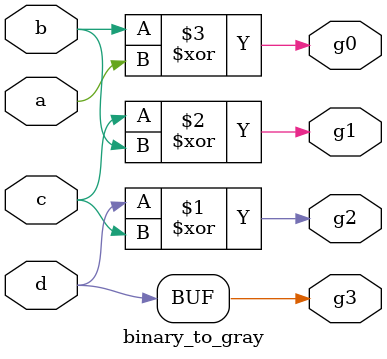
<source format=v>


 module binary_to_gray(a,b,c,d,g0,g1,g2,g3);

//declaring the input and output ports
  input a,b,c,d;
  output g0,g1,g2,g3;
// alreadydone

// convert binary to gray using data flow model

 assign g3=d;
 assign g2=d^c;
 assign g1=c^b;
 assign g0=b^a;
// convert gray to binary
 /*
 assign d=g3;
 assign c=d^g2;
 assign b=c^g1;
 assign a=b^g0;*/

 endmodule


</source>
